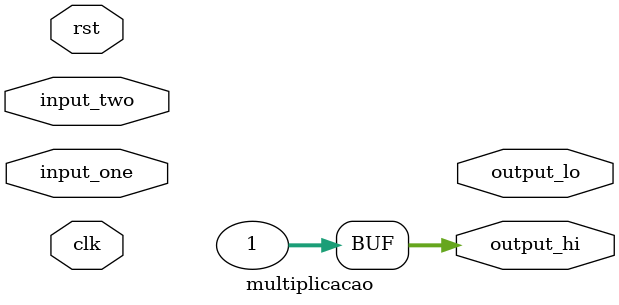
<source format=v>
module multiplicacao(
    input wire clk,
    input wire rst,
    input wire  [31:0] input_one,
    input wire  [31:0] input_two,
    output wire [31:0] output_hi,
    output wire [31:0] output_lo
);

assign output_hi  = 31'b0000000000000000000000000000001;
assign output_hi  = 31'b0000000000000000000000000000001;

endmodule
</source>
